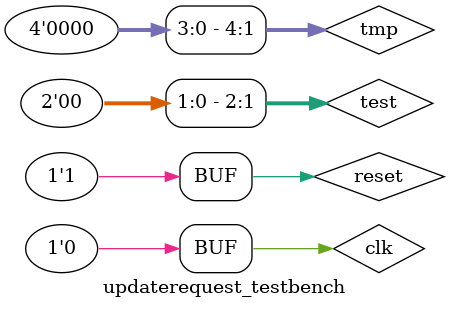
<source format=v>
module updaterequest
#(parameter n =6)// so tang cau thang may
(// **c bao hieu co sua doi
	input [7:0] key_code,
	input [5:0] cur_floor,//**c
	input clk, reset, 
	input clear_down, clear_up, clear_all_down, clear_all_up, clear_door, clear_stop,// xoa cac hieu cau hien tai, chieu xuong, len, thap nhat, cao nhat, tin hieu mo cua, tin hieu dong cua
	output reg [5:0] up, down, req_in,//**c
	output reg close_button, open_button
);
	reg [5:0] next_up, next_down, next_req_in;
	reg n_close, n_open;
	always @(posedge clk or negedge reset) begin
		if(!reset) begin
			up <= 6'b0;
			down <= 6'b0;
			req_in <= 6'b0;
			close_button <= 1'b0;
			open_button <= 1'b0;
		end
		else begin
			up <= next_up;
			down <= next_down;
			req_in <= next_req_in;
			close_button <= n_close;
			open_button <= n_open;
		end
	end
	
	//always @(key_code or up or down or cur_floor or req_in or clear_down or clear_in_down_req or clear_in_up_req or clear_up)
	always @(*)
	begin
		next_up = up;
		next_down = down;
		next_req_in = req_in;
		n_close = close_button;
		n_open  = open_button;
		case(key_code)
		// yeu cau ben trong
		8'h16 : next_req_in[0] = 1'b1; // 1 
		8'h1E : next_req_in[1] = 1'b1; // 2
		8'h26 : next_req_in[2] = 1'b1; // 3
		8'h25 : next_req_in[3] = 1'b1; // 4
		8'h2E : next_req_in[4] = 1'b1; // 5
		8'h36 : next_req_in[5] = 1'b1; // 6
		
		// yeu cau len ben ngoai
		8'h15 : next_up[0] = 1'b1; // Q
		8'h1D : next_up[1] = 1'b1; // W
		8'h24 : next_up[2] = 1'b1; // E
		8'h2D : next_up[3] = 1'b1; // R
		8'h2C : next_up[4] = 1'b1; // T
		8'h35 : next_up[5] = 1'b0; // Y
		
		// yeu cau xuong ben ngoai
		8'h1C : next_down[0] = 1'b0; // A
		8'h1B : next_down[1] = 1'b1; // S
		8'h23 : next_down[2] = 1'b1; // D
		8'h2B : next_down[3] = 1'b1; // F
		8'h34 : next_down[4] = 1'b1; // G
		8'h33 : next_down[5] = 1'b1; // H
		
		// close, open
		8'h1A : n_close = 1'b1;  // Z
		8'h22 : n_open = 1'b1;   // X
		default: ;
		endcase
		
		if (clear_door) begin
			n_close = 1'b0;
			n_open = 1'b0;
		end
		else if(clear_stop) begin // xoa yeu cau hien tai khi dung
			next_req_in = ((~cur_floor) & req_in);// xoa yeu cau ben trong tai tang do
			next_down = ((~cur_floor) & down);//xoa yeu cau ben ngoai len va xuong tai tang do
			next_up = ((~cur_floor) & up);//
		end
		else if(clear_up) begin // xoa yeu cau hien tai chieu len
				next_req_in = (~cur_floor) & req_in;
				next_up = ~cur_floor & up;
		end
		else if(clear_down) // xoa yeu cau hien tai chieu xuong 
			begin
				next_req_in = (~cur_floor) & req_in;
				next_down = (~cur_floor) & down;
			end
		else if(clear_all_up) begin // xoa yeu cau khi dat yeu cau max
				next_req_in = 6'b0;
				next_up = ~cur_floor & up;// xoa yeu cau tai tang cao nhat va cap nhat yeu cau
				next_down = (up == 0) ? (~cur_floor & down) : down;
				//next_down = (~(cur_floor-1)&up == 0) ? (~cur_floor & down) : down;// ??????
				next_down[5] = 1'b0; // cho tang cao nhat bang khong	
		end
		else if(clear_all_down) begin// xoa yeu cau khi dat yeu cau min
				next_req_in = 6'b0;
				next_down = ~cur_floor & down;
				next_up = (down ==0) ? (~cur_floor & up ) : up;
				//next_up = ((((cur_floor -1) | cur_floor) & down) == 0) ? (~cur_floor & up) : up;
				next_up[0] = 1'b0;
		end
	end
endmodule














module updaterequest_testbench();
		reg [7:0]key_code;
		reg [5:0]cur_floor;
		reg clk, reset;
		reg clear_down, clear_up, clear_all_down, clear_all_up, clear_door, clear_stop;
		wire [5:0] up, down, req_in;
		wire close_button, open_button;
reg [4:0] tmp;	
reg [2:0] test;
updaterequest topUR(key_code, cur_floor, clk, reset,clear_down, clear_up, clear_all_down, clear_all_up, clear_door, clear_stop, up, down, req_in, close_button, open_button);
initial
begin
	reset = 0 ; clk = 0;
	#51 reset = 1;
repeat(100)	
begin
	#50 clk = ~clk ; tmp =$random ;test = $random; 
	if((test == 3'd0) || (test == 3'd7)) begin 		 end
	if(test == 3'd1) begin clear_up = 0;clear_down = 1;clear_all_up = 0;clear_all_down = 0;clear_door = 0;clear_stop = 0;cur_floor = 6'b000010; end
		if(test == 3'd2 ) begin clear_up = 0;clear_down = 0;clear_all_up = 1;clear_all_down= 0;clear_door = 0;clear_stop = 0;cur_floor = 6'b000100; end
	if(test == 3'd3) begin clear_up = 0;clear_down = 0;clear_all_up = 0;clear_all_down = 1;clear_door = 0;clear_stop = 0;cur_floor = 6'b001000;end
	if((test == 3'd5) || (test == 3'd6)) begin clear_up = 0;clear_down = 0;clear_all_up= 0;clear_all_down = 0;clear_door = 1;clear_stop = 0;cur_floor = 6'b010000; end
	if(test == 3'd4) begin clear_up = 0;clear_down = 0;clear_all_up = 0;clear_all_down = 0;clear_door = 0;clear_stop = 1;cur_floor = 6'b100000;end
	if((tmp == 0) || (tmp == 5'd1)) key_code = 8'h16;
	
	if((tmp == 0) || (tmp == 5'd1)) key_code = 8'h16;
	if((tmp == 5'd2) || (tmp == 5'd3)) key_code = 8'h1E;
	if((tmp == 5'd4) || (tmp == 5'd3)) key_code = 8'h26;
	if((tmp == 5'b00000) || (tmp == 5'd5)) key_code = 8'h25;
	if((tmp == 5'd6) || (tmp == 5'd7)) key_code = 8'h2E;
	if((tmp == 5'd7) || (tmp == 5'd7)) key_code = 8'h36;
	if((tmp == 5'b00000) || (tmp == 5'd8)) key_code = 8'h15;
	if((tmp == 5'd9) ||(tmp == 5'd29))key_code = 8'h1D;
	if((tmp == 5'd10) || (tmp == 5'd11)) key_code = 8'h24;
	if((tmp == 5'd12) || (tmp == 5'd13)) key_code = 8'h2D;
	if((tmp == 5'd14) || (tmp == 5'd15)) key_code = 8'h2C;
	if((tmp == 5'd16) || (tmp == 5'd28))key_code = 8'h35;
	if(tmp == 5'd17) key_code = 8'h1C;
	if((tmp == 5'd18) || (tmp == 5'd19)) key_code = 8'h1B;
	if((tmp == 5'd20) || (tmp == 5'd21)) key_code = 8'h23;
	if((tmp == 5'd22) || (tmp == 5'd23)) key_code = 8'h2B;
	if((tmp == 5'd24) || (tmp == 5'd25)) key_code = 8'h34;
	if((tmp == 5'd26) || (tmp == 5'd27)) key_code = 8'h33;
	if(tmp == 5'd30) key_code = 8'h1A;
	if(tmp == 5'd31)  key_code = 8'h22;
end	
end

always@(key_code or up or down or cur_floor or req_in or clear_down or clear_all_up or clear_all_down or clear_up)
begin
	$display("clear_up = %b, clear_down = %b, clear_all_up = %b, clear_all_down = %b,clear_door = %b, clear_stop = %b",clear_up,clear_down,clear_all_up,clear_all_down,clear_door,clear_stop);
	$display("cur_floor = %b",cur_floor);
	$display("Key = %h",key_code);
	$display("req_in = %b",req_in);
	$display("up     = %b",up);
	$display("down   = %b",down);
	$display("close  = %b , open = %b",close_button,open_button);
end
endmodule 
</source>
